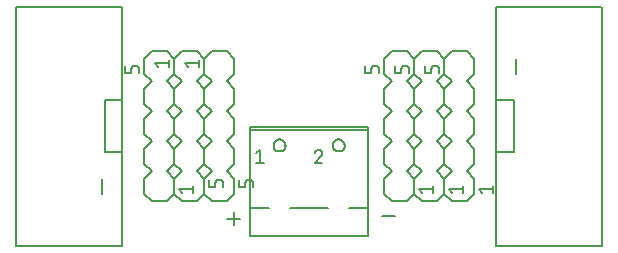
<source format=gto>
G04 EAGLE Gerber X2 export*
%TF.Part,Single*%
%TF.FileFunction,Other,Top Silkscreen*%
%TF.FilePolarity,Positive*%
%TF.GenerationSoftware,Autodesk,EAGLE,8.7.1*%
%TF.CreationDate,2018-04-05T21:52:21Z*%
G75*
%MOMM*%
%FSLAX34Y34*%
%LPD*%
%AMOC8*
5,1,8,0,0,1.08239X$1,22.5*%
G01*
%ADD10C,0.152400*%
%ADD11C,0.127000*%
%ADD12C,0.203200*%


D10*
X172212Y23594D02*
X183049Y23594D01*
X177631Y18175D02*
X177631Y29012D01*
X303022Y26134D02*
X313859Y26134D01*
X177800Y146050D02*
X177800Y158750D01*
X177800Y146050D02*
X171450Y139700D01*
X158750Y139700D02*
X152400Y146050D01*
X171450Y139700D02*
X177800Y133350D01*
X177800Y120650D01*
X171450Y114300D01*
X158750Y114300D02*
X152400Y120650D01*
X152400Y133350D01*
X158750Y139700D01*
X158750Y165100D02*
X171450Y165100D01*
X177800Y158750D01*
X158750Y165100D02*
X152400Y158750D01*
X152400Y146050D01*
X171450Y114300D02*
X177800Y107950D01*
X177800Y95250D01*
X171450Y88900D01*
X158750Y88900D02*
X152400Y95250D01*
X152400Y107950D01*
X158750Y114300D01*
X177800Y82550D02*
X177800Y69850D01*
X171450Y63500D01*
X158750Y63500D02*
X152400Y69850D01*
X171450Y63500D02*
X177800Y57150D01*
X177800Y44450D01*
X171450Y38100D01*
X158750Y38100D01*
X152400Y44450D01*
X152400Y57150D01*
X158750Y63500D01*
X177800Y82550D02*
X171450Y88900D01*
X158750Y88900D02*
X152400Y82550D01*
X152400Y69850D01*
D11*
X139065Y151765D02*
X136525Y154940D01*
X147955Y154940D01*
X147955Y151765D02*
X147955Y158115D01*
X193675Y53975D02*
X193675Y50165D01*
X193675Y53975D02*
X193673Y54075D01*
X193667Y54174D01*
X193657Y54274D01*
X193644Y54372D01*
X193626Y54471D01*
X193605Y54568D01*
X193580Y54664D01*
X193551Y54760D01*
X193518Y54854D01*
X193482Y54947D01*
X193442Y55038D01*
X193398Y55128D01*
X193351Y55216D01*
X193301Y55302D01*
X193247Y55386D01*
X193190Y55468D01*
X193130Y55547D01*
X193066Y55625D01*
X193000Y55699D01*
X192931Y55771D01*
X192859Y55840D01*
X192785Y55906D01*
X192707Y55970D01*
X192628Y56030D01*
X192546Y56087D01*
X192462Y56141D01*
X192376Y56191D01*
X192288Y56238D01*
X192198Y56282D01*
X192107Y56322D01*
X192014Y56358D01*
X191920Y56391D01*
X191824Y56420D01*
X191728Y56445D01*
X191631Y56466D01*
X191532Y56484D01*
X191434Y56497D01*
X191334Y56507D01*
X191235Y56513D01*
X191135Y56515D01*
X189865Y56515D01*
X189765Y56513D01*
X189666Y56507D01*
X189566Y56497D01*
X189468Y56484D01*
X189369Y56466D01*
X189272Y56445D01*
X189176Y56420D01*
X189080Y56391D01*
X188986Y56358D01*
X188893Y56322D01*
X188802Y56282D01*
X188712Y56238D01*
X188624Y56191D01*
X188538Y56141D01*
X188454Y56087D01*
X188372Y56030D01*
X188293Y55970D01*
X188215Y55906D01*
X188141Y55840D01*
X188069Y55771D01*
X188000Y55699D01*
X187934Y55625D01*
X187870Y55547D01*
X187810Y55468D01*
X187753Y55386D01*
X187699Y55302D01*
X187649Y55216D01*
X187602Y55128D01*
X187558Y55038D01*
X187518Y54947D01*
X187482Y54854D01*
X187449Y54760D01*
X187420Y54664D01*
X187395Y54568D01*
X187374Y54471D01*
X187356Y54372D01*
X187343Y54274D01*
X187333Y54174D01*
X187327Y54075D01*
X187325Y53975D01*
X187325Y50165D01*
X182245Y50165D01*
X182245Y56515D01*
D10*
X152400Y146050D02*
X152400Y158750D01*
X152400Y146050D02*
X146050Y139700D01*
X133350Y139700D02*
X127000Y146050D01*
X146050Y139700D02*
X152400Y133350D01*
X152400Y120650D01*
X146050Y114300D01*
X133350Y114300D02*
X127000Y120650D01*
X127000Y133350D01*
X133350Y139700D01*
X133350Y165100D02*
X146050Y165100D01*
X152400Y158750D01*
X133350Y165100D02*
X127000Y158750D01*
X127000Y146050D01*
X146050Y114300D02*
X152400Y107950D01*
X152400Y95250D01*
X146050Y88900D01*
X133350Y88900D02*
X127000Y95250D01*
X127000Y107950D01*
X133350Y114300D01*
X152400Y82550D02*
X152400Y69850D01*
X146050Y63500D01*
X133350Y63500D02*
X127000Y69850D01*
X146050Y63500D02*
X152400Y57150D01*
X152400Y44450D01*
X146050Y38100D01*
X133350Y38100D01*
X127000Y44450D01*
X127000Y57150D01*
X133350Y63500D01*
X152400Y82550D02*
X146050Y88900D01*
X133350Y88900D02*
X127000Y82550D01*
X127000Y69850D01*
D11*
X113665Y151765D02*
X111125Y154940D01*
X122555Y154940D01*
X122555Y151765D02*
X122555Y158115D01*
X168275Y53975D02*
X168275Y50165D01*
X168275Y53975D02*
X168273Y54075D01*
X168267Y54174D01*
X168257Y54274D01*
X168244Y54372D01*
X168226Y54471D01*
X168205Y54568D01*
X168180Y54664D01*
X168151Y54760D01*
X168118Y54854D01*
X168082Y54947D01*
X168042Y55038D01*
X167998Y55128D01*
X167951Y55216D01*
X167901Y55302D01*
X167847Y55386D01*
X167790Y55468D01*
X167730Y55547D01*
X167666Y55625D01*
X167600Y55699D01*
X167531Y55771D01*
X167459Y55840D01*
X167385Y55906D01*
X167307Y55970D01*
X167228Y56030D01*
X167146Y56087D01*
X167062Y56141D01*
X166976Y56191D01*
X166888Y56238D01*
X166798Y56282D01*
X166707Y56322D01*
X166614Y56358D01*
X166520Y56391D01*
X166424Y56420D01*
X166328Y56445D01*
X166231Y56466D01*
X166132Y56484D01*
X166034Y56497D01*
X165934Y56507D01*
X165835Y56513D01*
X165735Y56515D01*
X164465Y56515D01*
X164365Y56513D01*
X164266Y56507D01*
X164166Y56497D01*
X164068Y56484D01*
X163969Y56466D01*
X163872Y56445D01*
X163776Y56420D01*
X163680Y56391D01*
X163586Y56358D01*
X163493Y56322D01*
X163402Y56282D01*
X163312Y56238D01*
X163224Y56191D01*
X163138Y56141D01*
X163054Y56087D01*
X162972Y56030D01*
X162893Y55970D01*
X162815Y55906D01*
X162741Y55840D01*
X162669Y55771D01*
X162600Y55699D01*
X162534Y55625D01*
X162470Y55547D01*
X162410Y55468D01*
X162353Y55386D01*
X162299Y55302D01*
X162249Y55216D01*
X162202Y55128D01*
X162158Y55038D01*
X162118Y54947D01*
X162082Y54854D01*
X162049Y54760D01*
X162020Y54664D01*
X161995Y54568D01*
X161974Y54471D01*
X161956Y54372D01*
X161943Y54274D01*
X161933Y54174D01*
X161927Y54075D01*
X161925Y53975D01*
X161925Y50165D01*
X156845Y50165D01*
X156845Y56515D01*
D10*
X101600Y57150D02*
X101600Y44450D01*
X101600Y57150D02*
X107950Y63500D01*
X120650Y63500D02*
X127000Y57150D01*
X107950Y63500D02*
X101600Y69850D01*
X101600Y82550D01*
X107950Y88900D01*
X120650Y88900D02*
X127000Y82550D01*
X127000Y69850D01*
X120650Y63500D01*
X120650Y38100D02*
X107950Y38100D01*
X101600Y44450D01*
X120650Y38100D02*
X127000Y44450D01*
X127000Y57150D01*
X107950Y88900D02*
X101600Y95250D01*
X101600Y107950D01*
X107950Y114300D01*
X120650Y114300D02*
X127000Y107950D01*
X127000Y95250D01*
X120650Y88900D01*
X101600Y120650D02*
X101600Y133350D01*
X107950Y139700D01*
X120650Y139700D02*
X127000Y133350D01*
X107950Y139700D02*
X101600Y146050D01*
X101600Y158750D01*
X107950Y165100D01*
X120650Y165100D01*
X127000Y158750D01*
X127000Y146050D01*
X120650Y139700D01*
X101600Y120650D02*
X107950Y114300D01*
X120650Y114300D02*
X127000Y120650D01*
X127000Y133350D01*
D11*
X131445Y48260D02*
X133985Y45085D01*
X131445Y48260D02*
X142875Y48260D01*
X142875Y45085D02*
X142875Y51435D01*
X97155Y146685D02*
X97155Y150495D01*
X97153Y150595D01*
X97147Y150694D01*
X97137Y150794D01*
X97124Y150892D01*
X97106Y150991D01*
X97085Y151088D01*
X97060Y151184D01*
X97031Y151280D01*
X96998Y151374D01*
X96962Y151467D01*
X96922Y151558D01*
X96878Y151648D01*
X96831Y151736D01*
X96781Y151822D01*
X96727Y151906D01*
X96670Y151988D01*
X96610Y152067D01*
X96546Y152145D01*
X96480Y152219D01*
X96411Y152291D01*
X96339Y152360D01*
X96265Y152426D01*
X96187Y152490D01*
X96108Y152550D01*
X96026Y152607D01*
X95942Y152661D01*
X95856Y152711D01*
X95768Y152758D01*
X95678Y152802D01*
X95587Y152842D01*
X95494Y152878D01*
X95400Y152911D01*
X95304Y152940D01*
X95208Y152965D01*
X95111Y152986D01*
X95012Y153004D01*
X94914Y153017D01*
X94814Y153027D01*
X94715Y153033D01*
X94615Y153035D01*
X93345Y153035D01*
X93245Y153033D01*
X93146Y153027D01*
X93046Y153017D01*
X92948Y153004D01*
X92849Y152986D01*
X92752Y152965D01*
X92656Y152940D01*
X92560Y152911D01*
X92466Y152878D01*
X92373Y152842D01*
X92282Y152802D01*
X92192Y152758D01*
X92104Y152711D01*
X92018Y152661D01*
X91934Y152607D01*
X91852Y152550D01*
X91773Y152490D01*
X91695Y152426D01*
X91621Y152360D01*
X91549Y152291D01*
X91480Y152219D01*
X91414Y152145D01*
X91350Y152067D01*
X91290Y151988D01*
X91233Y151906D01*
X91179Y151822D01*
X91129Y151736D01*
X91082Y151648D01*
X91038Y151558D01*
X90998Y151467D01*
X90962Y151374D01*
X90929Y151280D01*
X90900Y151184D01*
X90875Y151088D01*
X90854Y150991D01*
X90836Y150892D01*
X90823Y150794D01*
X90813Y150694D01*
X90807Y150595D01*
X90805Y150495D01*
X90805Y146685D01*
X85725Y146685D01*
X85725Y153035D01*
D10*
X304800Y57150D02*
X304800Y44450D01*
X304800Y57150D02*
X311150Y63500D01*
X323850Y63500D02*
X330200Y57150D01*
X311150Y63500D02*
X304800Y69850D01*
X304800Y82550D01*
X311150Y88900D01*
X323850Y88900D02*
X330200Y82550D01*
X330200Y69850D01*
X323850Y63500D01*
X323850Y38100D02*
X311150Y38100D01*
X304800Y44450D01*
X323850Y38100D02*
X330200Y44450D01*
X330200Y57150D01*
X311150Y88900D02*
X304800Y95250D01*
X304800Y107950D01*
X311150Y114300D01*
X323850Y114300D02*
X330200Y107950D01*
X330200Y95250D01*
X323850Y88900D01*
X304800Y120650D02*
X304800Y133350D01*
X311150Y139700D01*
X323850Y139700D02*
X330200Y133350D01*
X311150Y139700D02*
X304800Y146050D01*
X304800Y158750D01*
X311150Y165100D01*
X323850Y165100D01*
X330200Y158750D01*
X330200Y146050D01*
X323850Y139700D01*
X304800Y120650D02*
X311150Y114300D01*
X323850Y114300D02*
X330200Y120650D01*
X330200Y133350D01*
D11*
X334645Y48260D02*
X337185Y45085D01*
X334645Y48260D02*
X346075Y48260D01*
X346075Y45085D02*
X346075Y51435D01*
X300355Y146685D02*
X300355Y150495D01*
X300353Y150595D01*
X300347Y150694D01*
X300337Y150794D01*
X300324Y150892D01*
X300306Y150991D01*
X300285Y151088D01*
X300260Y151184D01*
X300231Y151280D01*
X300198Y151374D01*
X300162Y151467D01*
X300122Y151558D01*
X300078Y151648D01*
X300031Y151736D01*
X299981Y151822D01*
X299927Y151906D01*
X299870Y151988D01*
X299810Y152067D01*
X299746Y152145D01*
X299680Y152219D01*
X299611Y152291D01*
X299539Y152360D01*
X299465Y152426D01*
X299387Y152490D01*
X299308Y152550D01*
X299226Y152607D01*
X299142Y152661D01*
X299056Y152711D01*
X298968Y152758D01*
X298878Y152802D01*
X298787Y152842D01*
X298694Y152878D01*
X298600Y152911D01*
X298504Y152940D01*
X298408Y152965D01*
X298311Y152986D01*
X298212Y153004D01*
X298114Y153017D01*
X298014Y153027D01*
X297915Y153033D01*
X297815Y153035D01*
X296545Y153035D01*
X296445Y153033D01*
X296346Y153027D01*
X296246Y153017D01*
X296148Y153004D01*
X296049Y152986D01*
X295952Y152965D01*
X295856Y152940D01*
X295760Y152911D01*
X295666Y152878D01*
X295573Y152842D01*
X295482Y152802D01*
X295392Y152758D01*
X295304Y152711D01*
X295218Y152661D01*
X295134Y152607D01*
X295052Y152550D01*
X294973Y152490D01*
X294895Y152426D01*
X294821Y152360D01*
X294749Y152291D01*
X294680Y152219D01*
X294614Y152145D01*
X294550Y152067D01*
X294490Y151988D01*
X294433Y151906D01*
X294379Y151822D01*
X294329Y151736D01*
X294282Y151648D01*
X294238Y151558D01*
X294198Y151467D01*
X294162Y151374D01*
X294129Y151280D01*
X294100Y151184D01*
X294075Y151088D01*
X294054Y150991D01*
X294036Y150892D01*
X294023Y150794D01*
X294013Y150694D01*
X294007Y150595D01*
X294005Y150495D01*
X294005Y146685D01*
X288925Y146685D01*
X288925Y153035D01*
D10*
X330200Y57150D02*
X330200Y44450D01*
X330200Y57150D02*
X336550Y63500D01*
X349250Y63500D02*
X355600Y57150D01*
X336550Y63500D02*
X330200Y69850D01*
X330200Y82550D01*
X336550Y88900D01*
X349250Y88900D02*
X355600Y82550D01*
X355600Y69850D01*
X349250Y63500D01*
X349250Y38100D02*
X336550Y38100D01*
X330200Y44450D01*
X349250Y38100D02*
X355600Y44450D01*
X355600Y57150D01*
X336550Y88900D02*
X330200Y95250D01*
X330200Y107950D01*
X336550Y114300D01*
X349250Y114300D02*
X355600Y107950D01*
X355600Y95250D01*
X349250Y88900D01*
X330200Y120650D02*
X330200Y133350D01*
X336550Y139700D01*
X349250Y139700D02*
X355600Y133350D01*
X336550Y139700D02*
X330200Y146050D01*
X330200Y158750D01*
X336550Y165100D01*
X349250Y165100D01*
X355600Y158750D01*
X355600Y146050D01*
X349250Y139700D01*
X330200Y120650D02*
X336550Y114300D01*
X349250Y114300D02*
X355600Y120650D01*
X355600Y133350D01*
D11*
X360045Y48260D02*
X362585Y45085D01*
X360045Y48260D02*
X371475Y48260D01*
X371475Y45085D02*
X371475Y51435D01*
X325755Y146685D02*
X325755Y150495D01*
X325753Y150595D01*
X325747Y150694D01*
X325737Y150794D01*
X325724Y150892D01*
X325706Y150991D01*
X325685Y151088D01*
X325660Y151184D01*
X325631Y151280D01*
X325598Y151374D01*
X325562Y151467D01*
X325522Y151558D01*
X325478Y151648D01*
X325431Y151736D01*
X325381Y151822D01*
X325327Y151906D01*
X325270Y151988D01*
X325210Y152067D01*
X325146Y152145D01*
X325080Y152219D01*
X325011Y152291D01*
X324939Y152360D01*
X324865Y152426D01*
X324787Y152490D01*
X324708Y152550D01*
X324626Y152607D01*
X324542Y152661D01*
X324456Y152711D01*
X324368Y152758D01*
X324278Y152802D01*
X324187Y152842D01*
X324094Y152878D01*
X324000Y152911D01*
X323904Y152940D01*
X323808Y152965D01*
X323711Y152986D01*
X323612Y153004D01*
X323514Y153017D01*
X323414Y153027D01*
X323315Y153033D01*
X323215Y153035D01*
X321945Y153035D01*
X321845Y153033D01*
X321746Y153027D01*
X321646Y153017D01*
X321548Y153004D01*
X321449Y152986D01*
X321352Y152965D01*
X321256Y152940D01*
X321160Y152911D01*
X321066Y152878D01*
X320973Y152842D01*
X320882Y152802D01*
X320792Y152758D01*
X320704Y152711D01*
X320618Y152661D01*
X320534Y152607D01*
X320452Y152550D01*
X320373Y152490D01*
X320295Y152426D01*
X320221Y152360D01*
X320149Y152291D01*
X320080Y152219D01*
X320014Y152145D01*
X319950Y152067D01*
X319890Y151988D01*
X319833Y151906D01*
X319779Y151822D01*
X319729Y151736D01*
X319682Y151648D01*
X319638Y151558D01*
X319598Y151467D01*
X319562Y151374D01*
X319529Y151280D01*
X319500Y151184D01*
X319475Y151088D01*
X319454Y150991D01*
X319436Y150892D01*
X319423Y150794D01*
X319413Y150694D01*
X319407Y150595D01*
X319405Y150495D01*
X319405Y146685D01*
X314325Y146685D01*
X314325Y153035D01*
D10*
X355600Y57150D02*
X355600Y44450D01*
X355600Y57150D02*
X361950Y63500D01*
X374650Y63500D02*
X381000Y57150D01*
X361950Y63500D02*
X355600Y69850D01*
X355600Y82550D01*
X361950Y88900D01*
X374650Y88900D02*
X381000Y82550D01*
X381000Y69850D01*
X374650Y63500D01*
X374650Y38100D02*
X361950Y38100D01*
X355600Y44450D01*
X374650Y38100D02*
X381000Y44450D01*
X381000Y57150D01*
X361950Y88900D02*
X355600Y95250D01*
X355600Y107950D01*
X361950Y114300D01*
X374650Y114300D02*
X381000Y107950D01*
X381000Y95250D01*
X374650Y88900D01*
X355600Y120650D02*
X355600Y133350D01*
X361950Y139700D01*
X374650Y139700D02*
X381000Y133350D01*
X361950Y139700D02*
X355600Y146050D01*
X355600Y158750D01*
X361950Y165100D01*
X374650Y165100D01*
X381000Y158750D01*
X381000Y146050D01*
X374650Y139700D01*
X355600Y120650D02*
X361950Y114300D01*
X374650Y114300D02*
X381000Y120650D01*
X381000Y133350D01*
D11*
X385445Y48260D02*
X387985Y45085D01*
X385445Y48260D02*
X396875Y48260D01*
X396875Y45085D02*
X396875Y51435D01*
X351155Y146685D02*
X351155Y150495D01*
X351153Y150595D01*
X351147Y150694D01*
X351137Y150794D01*
X351124Y150892D01*
X351106Y150991D01*
X351085Y151088D01*
X351060Y151184D01*
X351031Y151280D01*
X350998Y151374D01*
X350962Y151467D01*
X350922Y151558D01*
X350878Y151648D01*
X350831Y151736D01*
X350781Y151822D01*
X350727Y151906D01*
X350670Y151988D01*
X350610Y152067D01*
X350546Y152145D01*
X350480Y152219D01*
X350411Y152291D01*
X350339Y152360D01*
X350265Y152426D01*
X350187Y152490D01*
X350108Y152550D01*
X350026Y152607D01*
X349942Y152661D01*
X349856Y152711D01*
X349768Y152758D01*
X349678Y152802D01*
X349587Y152842D01*
X349494Y152878D01*
X349400Y152911D01*
X349304Y152940D01*
X349208Y152965D01*
X349111Y152986D01*
X349012Y153004D01*
X348914Y153017D01*
X348814Y153027D01*
X348715Y153033D01*
X348615Y153035D01*
X347345Y153035D01*
X347245Y153033D01*
X347146Y153027D01*
X347046Y153017D01*
X346948Y153004D01*
X346849Y152986D01*
X346752Y152965D01*
X346656Y152940D01*
X346560Y152911D01*
X346466Y152878D01*
X346373Y152842D01*
X346282Y152802D01*
X346192Y152758D01*
X346104Y152711D01*
X346018Y152661D01*
X345934Y152607D01*
X345852Y152550D01*
X345773Y152490D01*
X345695Y152426D01*
X345621Y152360D01*
X345549Y152291D01*
X345480Y152219D01*
X345414Y152145D01*
X345350Y152067D01*
X345290Y151988D01*
X345233Y151906D01*
X345179Y151822D01*
X345129Y151736D01*
X345082Y151648D01*
X345038Y151558D01*
X344998Y151467D01*
X344962Y151374D01*
X344929Y151280D01*
X344900Y151184D01*
X344875Y151088D01*
X344854Y150991D01*
X344836Y150892D01*
X344823Y150794D01*
X344813Y150694D01*
X344807Y150595D01*
X344805Y150495D01*
X344805Y146685D01*
X339725Y146685D01*
X339725Y153035D01*
D10*
X291230Y8890D02*
X191410Y8890D01*
X291230Y98810D02*
X291230Y100840D01*
X191410Y100840D01*
X191410Y32770D02*
X191410Y8890D01*
X191410Y32770D02*
X207410Y32770D01*
X225190Y32770D02*
X257450Y32770D01*
X275230Y32770D02*
X291230Y32770D01*
X191410Y32770D02*
X191410Y98810D01*
X291230Y32770D02*
X291230Y8890D01*
X291230Y98810D02*
X191410Y98810D01*
X191410Y100840D01*
X291230Y98810D02*
X291230Y32770D01*
X211220Y85598D02*
X211222Y85740D01*
X211228Y85883D01*
X211238Y86025D01*
X211252Y86167D01*
X211270Y86308D01*
X211292Y86449D01*
X211318Y86589D01*
X211347Y86728D01*
X211381Y86867D01*
X211419Y87004D01*
X211460Y87141D01*
X211505Y87276D01*
X211554Y87410D01*
X211607Y87542D01*
X211663Y87673D01*
X211723Y87802D01*
X211787Y87930D01*
X211854Y88055D01*
X211925Y88179D01*
X211999Y88301D01*
X212076Y88420D01*
X212157Y88538D01*
X212241Y88653D01*
X212328Y88765D01*
X212419Y88875D01*
X212512Y88983D01*
X212609Y89088D01*
X212708Y89190D01*
X212810Y89289D01*
X212915Y89386D01*
X213023Y89479D01*
X213133Y89570D01*
X213245Y89657D01*
X213360Y89741D01*
X213478Y89822D01*
X213597Y89899D01*
X213719Y89973D01*
X213843Y90044D01*
X213968Y90111D01*
X214096Y90175D01*
X214225Y90235D01*
X214356Y90291D01*
X214488Y90344D01*
X214622Y90393D01*
X214757Y90438D01*
X214894Y90479D01*
X215031Y90517D01*
X215170Y90551D01*
X215309Y90580D01*
X215449Y90606D01*
X215590Y90628D01*
X215731Y90646D01*
X215873Y90660D01*
X216015Y90670D01*
X216158Y90676D01*
X216300Y90678D01*
X216442Y90676D01*
X216585Y90670D01*
X216727Y90660D01*
X216869Y90646D01*
X217010Y90628D01*
X217151Y90606D01*
X217291Y90580D01*
X217430Y90551D01*
X217569Y90517D01*
X217706Y90479D01*
X217843Y90438D01*
X217978Y90393D01*
X218112Y90344D01*
X218244Y90291D01*
X218375Y90235D01*
X218504Y90175D01*
X218632Y90111D01*
X218757Y90044D01*
X218881Y89973D01*
X219003Y89899D01*
X219122Y89822D01*
X219240Y89741D01*
X219355Y89657D01*
X219467Y89570D01*
X219577Y89479D01*
X219685Y89386D01*
X219790Y89289D01*
X219892Y89190D01*
X219991Y89088D01*
X220088Y88983D01*
X220181Y88875D01*
X220272Y88765D01*
X220359Y88653D01*
X220443Y88538D01*
X220524Y88420D01*
X220601Y88301D01*
X220675Y88179D01*
X220746Y88055D01*
X220813Y87930D01*
X220877Y87802D01*
X220937Y87673D01*
X220993Y87542D01*
X221046Y87410D01*
X221095Y87276D01*
X221140Y87141D01*
X221181Y87004D01*
X221219Y86867D01*
X221253Y86728D01*
X221282Y86589D01*
X221308Y86449D01*
X221330Y86308D01*
X221348Y86167D01*
X221362Y86025D01*
X221372Y85883D01*
X221378Y85740D01*
X221380Y85598D01*
X221378Y85456D01*
X221372Y85313D01*
X221362Y85171D01*
X221348Y85029D01*
X221330Y84888D01*
X221308Y84747D01*
X221282Y84607D01*
X221253Y84468D01*
X221219Y84329D01*
X221181Y84192D01*
X221140Y84055D01*
X221095Y83920D01*
X221046Y83786D01*
X220993Y83654D01*
X220937Y83523D01*
X220877Y83394D01*
X220813Y83266D01*
X220746Y83141D01*
X220675Y83017D01*
X220601Y82895D01*
X220524Y82776D01*
X220443Y82658D01*
X220359Y82543D01*
X220272Y82431D01*
X220181Y82321D01*
X220088Y82213D01*
X219991Y82108D01*
X219892Y82006D01*
X219790Y81907D01*
X219685Y81810D01*
X219577Y81717D01*
X219467Y81626D01*
X219355Y81539D01*
X219240Y81455D01*
X219122Y81374D01*
X219003Y81297D01*
X218881Y81223D01*
X218757Y81152D01*
X218632Y81085D01*
X218504Y81021D01*
X218375Y80961D01*
X218244Y80905D01*
X218112Y80852D01*
X217978Y80803D01*
X217843Y80758D01*
X217706Y80717D01*
X217569Y80679D01*
X217430Y80645D01*
X217291Y80616D01*
X217151Y80590D01*
X217010Y80568D01*
X216869Y80550D01*
X216727Y80536D01*
X216585Y80526D01*
X216442Y80520D01*
X216300Y80518D01*
X216158Y80520D01*
X216015Y80526D01*
X215873Y80536D01*
X215731Y80550D01*
X215590Y80568D01*
X215449Y80590D01*
X215309Y80616D01*
X215170Y80645D01*
X215031Y80679D01*
X214894Y80717D01*
X214757Y80758D01*
X214622Y80803D01*
X214488Y80852D01*
X214356Y80905D01*
X214225Y80961D01*
X214096Y81021D01*
X213968Y81085D01*
X213843Y81152D01*
X213719Y81223D01*
X213597Y81297D01*
X213478Y81374D01*
X213360Y81455D01*
X213245Y81539D01*
X213133Y81626D01*
X213023Y81717D01*
X212915Y81810D01*
X212810Y81907D01*
X212708Y82006D01*
X212609Y82108D01*
X212512Y82213D01*
X212419Y82321D01*
X212328Y82431D01*
X212241Y82543D01*
X212157Y82658D01*
X212076Y82776D01*
X211999Y82895D01*
X211925Y83017D01*
X211854Y83141D01*
X211787Y83266D01*
X211723Y83394D01*
X211663Y83523D01*
X211607Y83654D01*
X211554Y83786D01*
X211505Y83920D01*
X211460Y84055D01*
X211419Y84192D01*
X211381Y84329D01*
X211347Y84468D01*
X211318Y84607D01*
X211292Y84747D01*
X211270Y84888D01*
X211252Y85029D01*
X211238Y85171D01*
X211228Y85313D01*
X211222Y85456D01*
X211220Y85598D01*
X261258Y85598D02*
X261260Y85740D01*
X261266Y85883D01*
X261276Y86025D01*
X261290Y86167D01*
X261308Y86308D01*
X261330Y86449D01*
X261356Y86589D01*
X261385Y86728D01*
X261419Y86867D01*
X261457Y87004D01*
X261498Y87141D01*
X261543Y87276D01*
X261592Y87410D01*
X261645Y87542D01*
X261701Y87673D01*
X261761Y87802D01*
X261825Y87930D01*
X261892Y88055D01*
X261963Y88179D01*
X262037Y88301D01*
X262114Y88420D01*
X262195Y88538D01*
X262279Y88653D01*
X262366Y88765D01*
X262457Y88875D01*
X262550Y88983D01*
X262647Y89088D01*
X262746Y89190D01*
X262848Y89289D01*
X262953Y89386D01*
X263061Y89479D01*
X263171Y89570D01*
X263283Y89657D01*
X263398Y89741D01*
X263516Y89822D01*
X263635Y89899D01*
X263757Y89973D01*
X263881Y90044D01*
X264006Y90111D01*
X264134Y90175D01*
X264263Y90235D01*
X264394Y90291D01*
X264526Y90344D01*
X264660Y90393D01*
X264795Y90438D01*
X264932Y90479D01*
X265069Y90517D01*
X265208Y90551D01*
X265347Y90580D01*
X265487Y90606D01*
X265628Y90628D01*
X265769Y90646D01*
X265911Y90660D01*
X266053Y90670D01*
X266196Y90676D01*
X266338Y90678D01*
X266480Y90676D01*
X266623Y90670D01*
X266765Y90660D01*
X266907Y90646D01*
X267048Y90628D01*
X267189Y90606D01*
X267329Y90580D01*
X267468Y90551D01*
X267607Y90517D01*
X267744Y90479D01*
X267881Y90438D01*
X268016Y90393D01*
X268150Y90344D01*
X268282Y90291D01*
X268413Y90235D01*
X268542Y90175D01*
X268670Y90111D01*
X268795Y90044D01*
X268919Y89973D01*
X269041Y89899D01*
X269160Y89822D01*
X269278Y89741D01*
X269393Y89657D01*
X269505Y89570D01*
X269615Y89479D01*
X269723Y89386D01*
X269828Y89289D01*
X269930Y89190D01*
X270029Y89088D01*
X270126Y88983D01*
X270219Y88875D01*
X270310Y88765D01*
X270397Y88653D01*
X270481Y88538D01*
X270562Y88420D01*
X270639Y88301D01*
X270713Y88179D01*
X270784Y88055D01*
X270851Y87930D01*
X270915Y87802D01*
X270975Y87673D01*
X271031Y87542D01*
X271084Y87410D01*
X271133Y87276D01*
X271178Y87141D01*
X271219Y87004D01*
X271257Y86867D01*
X271291Y86728D01*
X271320Y86589D01*
X271346Y86449D01*
X271368Y86308D01*
X271386Y86167D01*
X271400Y86025D01*
X271410Y85883D01*
X271416Y85740D01*
X271418Y85598D01*
X271416Y85456D01*
X271410Y85313D01*
X271400Y85171D01*
X271386Y85029D01*
X271368Y84888D01*
X271346Y84747D01*
X271320Y84607D01*
X271291Y84468D01*
X271257Y84329D01*
X271219Y84192D01*
X271178Y84055D01*
X271133Y83920D01*
X271084Y83786D01*
X271031Y83654D01*
X270975Y83523D01*
X270915Y83394D01*
X270851Y83266D01*
X270784Y83141D01*
X270713Y83017D01*
X270639Y82895D01*
X270562Y82776D01*
X270481Y82658D01*
X270397Y82543D01*
X270310Y82431D01*
X270219Y82321D01*
X270126Y82213D01*
X270029Y82108D01*
X269930Y82006D01*
X269828Y81907D01*
X269723Y81810D01*
X269615Y81717D01*
X269505Y81626D01*
X269393Y81539D01*
X269278Y81455D01*
X269160Y81374D01*
X269041Y81297D01*
X268919Y81223D01*
X268795Y81152D01*
X268670Y81085D01*
X268542Y81021D01*
X268413Y80961D01*
X268282Y80905D01*
X268150Y80852D01*
X268016Y80803D01*
X267881Y80758D01*
X267744Y80717D01*
X267607Y80679D01*
X267468Y80645D01*
X267329Y80616D01*
X267189Y80590D01*
X267048Y80568D01*
X266907Y80550D01*
X266765Y80536D01*
X266623Y80526D01*
X266480Y80520D01*
X266338Y80518D01*
X266196Y80520D01*
X266053Y80526D01*
X265911Y80536D01*
X265769Y80550D01*
X265628Y80568D01*
X265487Y80590D01*
X265347Y80616D01*
X265208Y80645D01*
X265069Y80679D01*
X264932Y80717D01*
X264795Y80758D01*
X264660Y80803D01*
X264526Y80852D01*
X264394Y80905D01*
X264263Y80961D01*
X264134Y81021D01*
X264006Y81085D01*
X263881Y81152D01*
X263757Y81223D01*
X263635Y81297D01*
X263516Y81374D01*
X263398Y81455D01*
X263283Y81539D01*
X263171Y81626D01*
X263061Y81717D01*
X262953Y81810D01*
X262848Y81907D01*
X262746Y82006D01*
X262647Y82108D01*
X262550Y82213D01*
X262457Y82321D01*
X262366Y82431D01*
X262279Y82543D01*
X262195Y82658D01*
X262114Y82776D01*
X262037Y82895D01*
X261963Y83017D01*
X261892Y83141D01*
X261825Y83266D01*
X261761Y83394D01*
X261701Y83523D01*
X261645Y83654D01*
X261592Y83786D01*
X261543Y83920D01*
X261498Y84055D01*
X261457Y84192D01*
X261419Y84329D01*
X261385Y84468D01*
X261356Y84607D01*
X261330Y84747D01*
X261308Y84888D01*
X261290Y85029D01*
X261276Y85171D01*
X261266Y85313D01*
X261260Y85456D01*
X261258Y85598D01*
D11*
X199790Y81915D02*
X196615Y79375D01*
X199790Y81915D02*
X199790Y70485D01*
X196615Y70485D02*
X202965Y70485D01*
X249638Y81916D02*
X249742Y81914D01*
X249847Y81908D01*
X249951Y81899D01*
X250054Y81886D01*
X250157Y81868D01*
X250259Y81848D01*
X250361Y81823D01*
X250461Y81795D01*
X250561Y81763D01*
X250659Y81727D01*
X250756Y81688D01*
X250851Y81646D01*
X250945Y81600D01*
X251037Y81550D01*
X251127Y81498D01*
X251215Y81442D01*
X251301Y81382D01*
X251385Y81320D01*
X251466Y81255D01*
X251545Y81187D01*
X251622Y81115D01*
X251695Y81042D01*
X251767Y80965D01*
X251835Y80886D01*
X251900Y80805D01*
X251962Y80721D01*
X252022Y80635D01*
X252078Y80547D01*
X252130Y80457D01*
X252180Y80365D01*
X252226Y80271D01*
X252268Y80176D01*
X252307Y80079D01*
X252343Y79981D01*
X252375Y79881D01*
X252403Y79781D01*
X252428Y79679D01*
X252448Y79577D01*
X252466Y79474D01*
X252479Y79371D01*
X252488Y79267D01*
X252494Y79162D01*
X252496Y79058D01*
X249638Y81915D02*
X249520Y81913D01*
X249401Y81907D01*
X249283Y81898D01*
X249166Y81885D01*
X249049Y81867D01*
X248932Y81847D01*
X248816Y81822D01*
X248701Y81794D01*
X248588Y81761D01*
X248475Y81726D01*
X248363Y81686D01*
X248253Y81644D01*
X248144Y81597D01*
X248036Y81547D01*
X247931Y81494D01*
X247827Y81437D01*
X247725Y81377D01*
X247625Y81314D01*
X247527Y81247D01*
X247431Y81178D01*
X247338Y81105D01*
X247247Y81029D01*
X247158Y80951D01*
X247072Y80869D01*
X246989Y80785D01*
X246908Y80699D01*
X246831Y80609D01*
X246756Y80518D01*
X246684Y80424D01*
X246615Y80327D01*
X246550Y80229D01*
X246487Y80128D01*
X246428Y80025D01*
X246372Y79921D01*
X246320Y79815D01*
X246271Y79707D01*
X246226Y79598D01*
X246184Y79487D01*
X246146Y79375D01*
X251543Y76836D02*
X251619Y76911D01*
X251694Y76990D01*
X251765Y77071D01*
X251834Y77155D01*
X251899Y77241D01*
X251961Y77329D01*
X252021Y77419D01*
X252077Y77511D01*
X252130Y77606D01*
X252179Y77702D01*
X252225Y77800D01*
X252268Y77899D01*
X252307Y78000D01*
X252342Y78102D01*
X252374Y78205D01*
X252402Y78309D01*
X252427Y78414D01*
X252448Y78521D01*
X252465Y78627D01*
X252478Y78734D01*
X252487Y78842D01*
X252493Y78950D01*
X252495Y79058D01*
X251543Y76835D02*
X246145Y70485D01*
X252495Y70485D01*
D12*
X65850Y57150D02*
X65850Y44450D01*
X-6900Y600D02*
X-6900Y202600D01*
X83100Y202600D02*
X83100Y123600D01*
X83100Y79600D01*
X83100Y600D01*
X-5900Y600D01*
X-6900Y202600D02*
X83100Y202600D01*
X83100Y79600D02*
X68100Y79600D01*
X68100Y123600D01*
X83100Y123600D01*
X416750Y146050D02*
X416750Y158750D01*
X489500Y202600D02*
X489500Y600D01*
X399500Y600D02*
X399500Y79600D01*
X399500Y123600D01*
X399500Y202600D01*
X488500Y202600D01*
X489500Y600D02*
X399500Y600D01*
X399500Y123600D02*
X414500Y123600D01*
X414500Y79600D01*
X399500Y79600D01*
M02*

</source>
